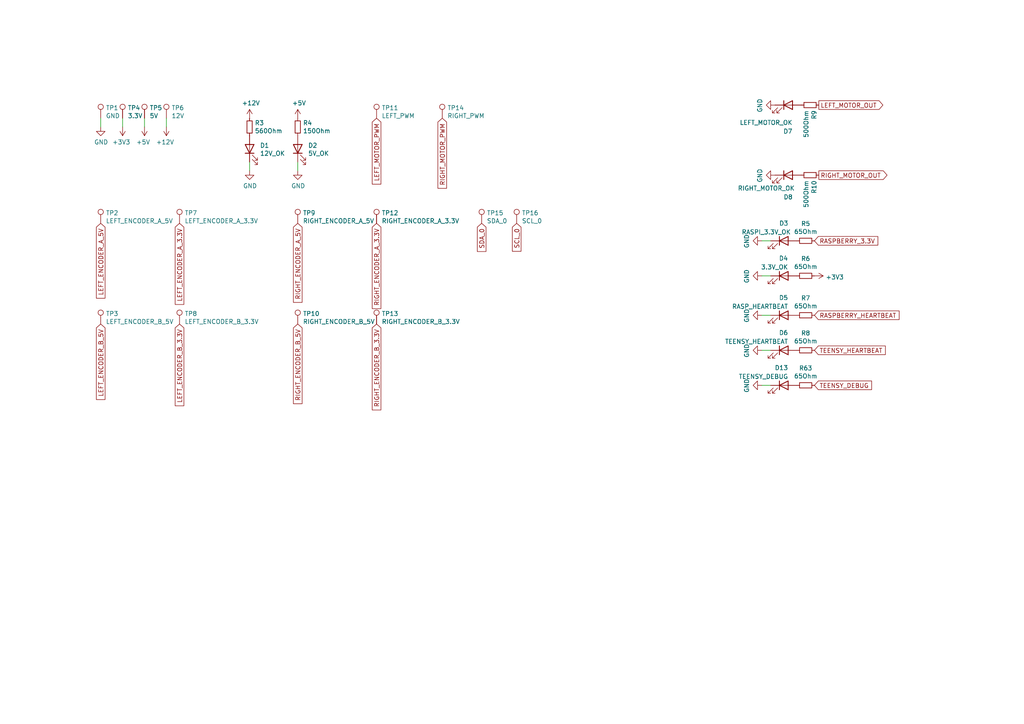
<source format=kicad_sch>
(kicad_sch (version 20201015) (generator eeschema)
  (page 1 6)
  (paper "A4")
  (lib_symbols
    (symbol "Connector:TestPoint" (pin_numbers hide) (pin_names (offset 0.762) hide)
      (property "Reference" "TP" (at 0 6.858 0))
      (property "Value" "TestPoint" (at 0 5.08 0))
      (symbol "TestPoint_0_1"
        (circle (center 0 3.302) (radius 0.762))
      )
      (symbol "TestPoint_1_1"
        (pin passive line (at 0 0 90) (length 2.54) (name "1") (number "1"))
      )
    )
    (symbol "Device:LED" (pin_numbers hide) (pin_names (offset 1.016) hide)
      (property "Reference" "D" (at 0 2.54 0))
      (property "Value" "LED" (at 0 -2.54 0))
      (symbol "LED_0_1"
        (polyline (pts (xy -1.27 -1.27) (xy -1.27 1.27)) (stroke (width 0.254)))
        (polyline (pts (xy -1.27 0) (xy 1.27 0)))
        (polyline (pts (xy 1.27 -1.27) (xy 1.27 1.27) (xy -1.27 0) (xy 1.27 -1.27)) (stroke (width 0.254)))
        (polyline (pts (xy -3.048 -0.762) (xy -4.572 -2.286) (xy -3.81 -2.286) (xy -4.572 -2.286) (xy -4.572 -1.524)))
        (polyline (pts (xy -1.778 -0.762) (xy -3.302 -2.286) (xy -2.54 -2.286) (xy -3.302 -2.286) (xy -3.302 -1.524)))
      )
      (symbol "LED_1_1"
        (pin passive line (at -3.81 0 0) (length 2.54) (name "K") (number "1"))
        (pin passive line (at 3.81 0 180) (length 2.54) (name "A") (number "2"))
      )
    )
    (symbol "Device:R_Small" (pin_numbers hide) (pin_names (offset 0.254) hide)
      (property "Reference" "R" (at 0.762 0.508 0))
      (property "Value" "R_Small" (at 0.762 -1.016 0))
      (symbol "R_Small_0_1"
        (rectangle (start -0.762 1.778) (end 0.762 -1.778) (stroke (width 0.2032)))
      )
      (symbol "R_Small_1_1"
        (pin passive line (at 0 2.54 270) (length 0.762) (name "~") (number "1"))
        (pin passive line (at 0 -2.54 90) (length 0.762) (name "~") (number "2"))
      )
    )
    (symbol "power:+12V" (power) (pin_names (offset 0))
      (property "Value" "+12V" (at 0 3.556 0))
      (symbol "+12V_0_1"
        (polyline (pts (xy -0.762 1.27) (xy 0 2.54)))
        (polyline (pts (xy 0 0) (xy 0 2.54)))
        (polyline (pts (xy 0 2.54) (xy 0.762 1.27)))
      )
      (symbol "+12V_1_1"
        (pin power_in line (at 0 0 90) (length 0) hide (name "+12V") (number "1"))
      )
    )
    (symbol "power:+3.3V" (power) (pin_names (offset 0))
      (property "Value" "+3.3V" (at 0 3.556 0))
      (symbol "+3.3V_0_1"
        (polyline (pts (xy -0.762 1.27) (xy 0 2.54)))
        (polyline (pts (xy 0 0) (xy 0 2.54)))
        (polyline (pts (xy 0 2.54) (xy 0.762 1.27)))
      )
      (symbol "+3.3V_1_1"
        (pin power_in line (at 0 0 90) (length 0) hide (name "+3V3") (number "1"))
      )
    )
    (symbol "power:+5V" (power) (pin_names (offset 0))
      (property "Value" "+5V" (at 0 3.556 0))
      (symbol "+5V_0_1"
        (polyline (pts (xy -0.762 1.27) (xy 0 2.54)))
        (polyline (pts (xy 0 0) (xy 0 2.54)))
        (polyline (pts (xy 0 2.54) (xy 0.762 1.27)))
      )
      (symbol "+5V_1_1"
        (pin power_in line (at 0 0 90) (length 0) hide (name "+5V") (number "1"))
      )
    )
    (symbol "power:GND" (power) (pin_names (offset 0))
      (property "Value" "GND" (at 0 -3.81 0))
      (symbol "GND_0_1"
        (polyline (pts (xy 0 0) (xy 0 -1.27) (xy 1.27 -1.27) (xy 0 -2.54) (xy -1.27 -1.27) (xy 0 -1.27)))
      )
      (symbol "GND_1_1"
        (pin power_in line (at 0 0 270) (length 0) hide (name "GND") (number "1"))
      )
    )
  )
  (wire (pts (xy 29.21 36.83) (xy 29.21 34.29)))
  (wire (pts (xy 35.56 36.83) (xy 35.56 34.29)))
  (wire (pts (xy 41.91 36.83) (xy 41.91 34.29)))
  (wire (pts (xy 48.26 36.83) (xy 48.26 34.29)))
  (wire (pts (xy 72.39 49.53) (xy 72.39 46.99)))
  (wire (pts (xy 86.36 49.53) (xy 86.36 46.99)))
  (wire (pts (xy 220.98 69.85) (xy 223.52 69.85)))
  (wire (pts (xy 220.98 80.01) (xy 223.52 80.01)))
  (wire (pts (xy 220.98 91.44) (xy 223.52 91.44)))
  (wire (pts (xy 220.98 101.6) (xy 223.52 101.6)))
  (wire (pts (xy 220.98 111.76) (xy 223.52 111.76)))
  (global_label "LEFT_ENCODER_A_5V" (shape input) (at 29.21 64.77 270))
  (global_label "LEFT_ENCODER_B_5V" (shape input) (at 29.21 93.98 270))
  (global_label "LEFT_ENCODER_A_3.3V" (shape input) (at 52.07 64.77 270))
  (global_label "LEFT_ENCODER_B_3.3V" (shape input) (at 52.07 93.98 270))
  (global_label "RIGHT_ENCODER_A_5V" (shape input) (at 86.36 64.77 270))
  (global_label "RIGHT_ENCODER_B_5V" (shape input) (at 86.36 93.98 270))
  (global_label "LEFT_MOTOR_PWM" (shape input) (at 109.22 34.29 270))
  (global_label "RIGHT_ENCODER_A_3.3V" (shape input) (at 109.22 64.77 270))
  (global_label "RIGHT_ENCODER_B_3.3V" (shape input) (at 109.22 93.98 270))
  (global_label "RIGHT_MOTOR_PWM" (shape input) (at 128.27 34.29 270))
  (global_label "SDA_0" (shape input) (at 139.7 64.77 270))
  (global_label "SCL_0" (shape input) (at 149.86 64.77 270))
  (global_label "RASPBERRY_3.3V" (shape input) (at 236.22 69.85 0))
  (global_label "RASPBERRY_HEARTBEAT" (shape input) (at 236.22 91.44 0))
  (global_label "TEENSY_HEARTBEAT" (shape input) (at 236.22 101.6 0))
  (global_label "TEENSY_DEBUG" (shape input) (at 236.22 111.76 0))
  (global_label "LEFT_MOTOR_OUT" (shape output) (at 237.49 30.48 0))
  (global_label "RIGHT_MOTOR_OUT" (shape output) (at 237.49 50.8 0))
  (symbol (lib_id "Connector:TestPoint") (at 29.21 34.29 0)
    (property "Reference" "TP1" (at 30.6832 31.2928 0) (effects (justify left)))
    (property "Value" "GND" (at 30.6832 33.6042 0) (effects (justify left)))
    (property "Footprint" "TestPoint:TestPoint_Pad_D1.5mm" (effects hide))
  )
  (symbol (lib_id "Connector:TestPoint") (at 29.21 64.77 0)
    (property "Reference" "TP2" (at 30.6832 61.7728 0) (effects (justify left)))
    (property "Value" "LEFT_ENCODER_A_5V" (at 30.6832 64.0842 0) (effects (justify left)))
    (property "Footprint" "TestPoint:TestPoint_Pad_D1.5mm" (effects hide))
  )
  (symbol (lib_id "Connector:TestPoint") (at 29.21 93.98 0)
    (property "Reference" "TP3" (at 30.6832 90.9828 0) (effects (justify left)))
    (property "Value" "LEFT_ENCODER_B_5V" (at 30.6832 93.2942 0) (effects (justify left)))
    (property "Footprint" "TestPoint:TestPoint_Pad_D1.5mm" (effects hide))
  )
  (symbol (lib_id "Connector:TestPoint") (at 35.56 34.29 0)
    (property "Reference" "TP4" (at 37.0332 31.2928 0) (effects (justify left)))
    (property "Value" "3.3V" (at 37.0332 33.6042 0) (effects (justify left)))
    (property "Footprint" "TestPoint:TestPoint_Pad_D1.5mm" (effects hide))
  )
  (symbol (lib_id "Connector:TestPoint") (at 41.91 34.29 0)
    (property "Reference" "TP5" (at 43.3832 31.2928 0) (effects (justify left)))
    (property "Value" "5V" (at 43.3832 33.6042 0) (effects (justify left)))
    (property "Footprint" "TestPoint:TestPoint_Pad_D1.5mm" (effects hide))
  )
  (symbol (lib_id "Connector:TestPoint") (at 48.26 34.29 0)
    (property "Reference" "TP6" (at 49.7332 31.2928 0) (effects (justify left)))
    (property "Value" "12V" (at 49.7332 33.6042 0) (effects (justify left)))
    (property "Footprint" "TestPoint:TestPoint_Pad_D1.5mm" (effects hide))
  )
  (symbol (lib_id "Connector:TestPoint") (at 52.07 64.77 0)
    (property "Reference" "TP7" (at 53.5432 61.7728 0) (effects (justify left)))
    (property "Value" "LEFT_ENCODER_A_3.3V" (at 53.5432 64.0842 0) (effects (justify left)))
    (property "Footprint" "TestPoint:TestPoint_Pad_D1.5mm" (effects hide))
  )
  (symbol (lib_id "Connector:TestPoint") (at 52.07 93.98 0)
    (property "Reference" "TP8" (at 53.5432 90.9828 0) (effects (justify left)))
    (property "Value" "LEFT_ENCODER_B_3.3V" (at 53.5432 93.2942 0) (effects (justify left)))
    (property "Footprint" "TestPoint:TestPoint_Pad_D1.5mm" (effects hide))
  )
  (symbol (lib_id "Connector:TestPoint") (at 86.36 64.77 0)
    (property "Reference" "TP9" (at 87.8332 61.7728 0) (effects (justify left)))
    (property "Value" "RIGHT_ENCODER_A_5V" (at 87.8332 64.0842 0) (effects (justify left)))
    (property "Footprint" "TestPoint:TestPoint_Pad_D1.5mm" (effects hide))
  )
  (symbol (lib_id "Connector:TestPoint") (at 86.36 93.98 0)
    (property "Reference" "TP10" (at 87.8332 90.9828 0) (effects (justify left)))
    (property "Value" "RIGHT_ENCODER_B_5V" (at 87.8332 93.2942 0) (effects (justify left)))
    (property "Footprint" "TestPoint:TestPoint_Pad_D1.5mm" (effects hide))
  )
  (symbol (lib_id "Connector:TestPoint") (at 109.22 34.29 0)
    (property "Reference" "TP11" (at 110.6932 31.2928 0) (effects (justify left)))
    (property "Value" "LEFT_PWM" (at 110.6932 33.6042 0) (effects (justify left)))
    (property "Footprint" "TestPoint:TestPoint_Pad_D1.5mm" (effects hide))
  )
  (symbol (lib_id "Connector:TestPoint") (at 109.22 64.77 0)
    (property "Reference" "TP12" (at 110.6932 61.7728 0) (effects (justify left)))
    (property "Value" "RIGHT_ENCODER_A_3.3V" (at 110.6932 64.0842 0) (effects (justify left)))
    (property "Footprint" "TestPoint:TestPoint_Pad_D1.5mm" (effects hide))
  )
  (symbol (lib_id "Connector:TestPoint") (at 109.22 93.98 0)
    (property "Reference" "TP13" (at 110.6932 90.9828 0) (effects (justify left)))
    (property "Value" "RIGHT_ENCODER_B_3.3V" (at 110.6932 93.2942 0) (effects (justify left)))
    (property "Footprint" "TestPoint:TestPoint_Pad_D1.5mm" (effects hide))
  )
  (symbol (lib_id "Connector:TestPoint") (at 128.27 34.29 0)
    (property "Reference" "TP14" (at 129.7432 31.2928 0) (effects (justify left)))
    (property "Value" "RIGHT_PWM" (at 129.7432 33.6042 0) (effects (justify left)))
    (property "Footprint" "TestPoint:TestPoint_Pad_D1.5mm" (effects hide))
  )
  (symbol (lib_id "Connector:TestPoint") (at 139.7 64.77 0)
    (property "Reference" "TP15" (at 141.1732 61.7728 0) (effects (justify left)))
    (property "Value" "SDA_0" (at 141.1732 64.0842 0) (effects (justify left)))
    (property "Footprint" "TestPoint:TestPoint_Pad_D1.5mm" (effects hide))
  )
  (symbol (lib_id "Connector:TestPoint") (at 149.86 64.77 0)
    (property "Reference" "TP16" (at 151.3332 61.7728 0) (effects (justify left)))
    (property "Value" "SCL_0" (at 151.3332 64.0842 0) (effects (justify left)))
    (property "Footprint" "TestPoint:TestPoint_Pad_D1.5mm" (effects hide))
  )
  (symbol (lib_id "power:+3.3V") (at 35.56 36.83 180)
    (property "Reference" "#PWR0123" (effects hide))
    (property "Value" "+3.3V" (at 35.179 41.2242 0))
  )
  (symbol (lib_id "power:+5V") (at 41.91 36.83 180)
    (property "Reference" "#PWR0122" (effects hide))
    (property "Value" "+5V" (at 41.529 41.2242 0))
  )
  (symbol (lib_id "power:+12V") (at 48.26 36.83 180)
    (property "Reference" "#PWR0121" (effects hide))
    (property "Value" "+12V" (at 47.879 41.2242 0))
  )
  (symbol (lib_id "power:+12V") (at 72.39 34.29 0)
    (property "Reference" "#PWR0117" (effects hide))
    (property "Value" "+12V" (at 72.771 29.8958 0))
  )
  (symbol (lib_id "power:+5V") (at 86.36 34.29 0)
    (property "Reference" "#PWR0119" (effects hide))
    (property "Value" "+5V" (at 86.741 29.8958 0))
  )
  (symbol (lib_id "power:+3.3V") (at 236.22 80.01 270) (unit 1)
    (property "Reference" "#PWR0128" (effects hide))
    (property "Value" "+3.3V" (at 239.4712 80.391 90) (effects (justify left)))
  )
  (symbol (lib_id "power:GND") (at 29.21 36.83 0)
    (property "Reference" "#PWR0120" (effects hide))
    (property "Value" "GND" (at 29.337 41.2242 0))
  )
  (symbol (lib_id "power:GND") (at 72.39 49.53 0)
    (property "Reference" "#PWR0116" (effects hide))
    (property "Value" "GND" (at 72.517 53.9242 0))
  )
  (symbol (lib_id "power:GND") (at 86.36 49.53 0)
    (property "Reference" "#PWR0118" (effects hide))
    (property "Value" "GND" (at 86.487 53.9242 0))
  )
  (symbol (lib_id "power:GND") (at 220.98 69.85 270)
    (property "Reference" "#PWR0126" (effects hide))
    (property "Value" "GND" (at 216.5858 69.977 0))
  )
  (symbol (lib_id "power:GND") (at 220.98 80.01 270)
    (property "Reference" "#PWR0127" (effects hide))
    (property "Value" "GND" (at 216.5858 80.137 0))
  )
  (symbol (lib_id "power:GND") (at 220.98 91.44 270)
    (property "Reference" "#PWR0129" (effects hide))
    (property "Value" "GND" (at 216.5858 91.567 0))
  )
  (symbol (lib_id "power:GND") (at 220.98 101.6 270)
    (property "Reference" "#PWR0130" (effects hide))
    (property "Value" "GND" (at 216.5858 101.727 0))
  )
  (symbol (lib_id "power:GND") (at 220.98 111.76 270)
    (property "Reference" "#PWR0253" (effects hide))
    (property "Value" "GND" (at 216.5858 111.887 0))
  )
  (symbol (lib_id "power:GND") (at 224.79 30.48 270)
    (property "Reference" "#PWR0124" (effects hide))
    (property "Value" "GND" (at 220.3958 30.607 0))
  )
  (symbol (lib_id "power:GND") (at 224.79 50.8 270)
    (property "Reference" "#PWR0125" (effects hide))
    (property "Value" "GND" (at 220.3958 50.927 0))
  )
  (symbol (lib_id "Device:R_Small") (at 72.39 36.83 180)
    (property "Reference" "R3" (at 73.8886 35.6616 0) (effects (justify right)))
    (property "Value" "560Ohm" (at 73.8886 37.973 0) (effects (justify right)))
    (property "Footprint" "Resistor_SMD:R_0603_1608Metric_Pad1.05x0.95mm_HandSolder" (effects hide))
    (property "DigiKey" " RR08P560DCT-ND " (effects hide))
  )
  (symbol (lib_id "Device:R_Small") (at 86.36 36.83 180)
    (property "Reference" "R4" (at 87.8586 35.6616 0) (effects (justify right)))
    (property "Value" "150Ohm" (at 87.8586 37.973 0) (effects (justify right)))
    (property "Footprint" "Resistor_SMD:R_0603_1608Metric_Pad1.05x0.95mm_HandSolder" (effects hide))
    (property "DigiKey" " 311-150HRCT-ND " (effects hide))
  )
  (symbol (lib_id "Device:R_Small") (at 233.68 69.85 90)
    (property "Reference" "R5" (at 233.68 64.8716 90))
    (property "Value" "65Ohm" (at 233.68 67.183 90))
    (property "Footprint" "Resistor_SMD:R_0603_1608Metric_Pad1.05x0.95mm_HandSolder" (effects hide))
    (property "DigiKey" " 2019-RK73B1JTTD111JCT-ND " (effects hide))
  )
  (symbol (lib_id "Device:R_Small") (at 233.68 80.01 90)
    (property "Reference" "R6" (at 233.68 75.0316 90))
    (property "Value" "65Ohm" (at 233.68 77.343 90))
    (property "Footprint" "Resistor_SMD:R_0603_1608Metric_Pad1.05x0.95mm_HandSolder" (effects hide))
    (property "DigiKey" " 2019-RK73B1JTTD111JCT-ND " (effects hide))
  )
  (symbol (lib_id "Device:R_Small") (at 233.68 91.44 90)
    (property "Reference" "R7" (at 233.68 86.4616 90))
    (property "Value" "65Ohm" (at 233.68 88.773 90))
    (property "Footprint" "Resistor_SMD:R_0603_1608Metric_Pad1.05x0.95mm_HandSolder" (effects hide))
    (property "DigiKey" " 2019-RK73B1JTTD111JCT-ND " (effects hide))
  )
  (symbol (lib_id "Device:R_Small") (at 233.68 101.6 90)
    (property "Reference" "R8" (at 233.68 96.6216 90))
    (property "Value" "65Ohm" (at 233.68 98.933 90))
    (property "Footprint" "Resistor_SMD:R_0603_1608Metric_Pad1.05x0.95mm_HandSolder" (effects hide))
    (property "DigiKey" " 2019-RK73B1JTTD111JCT-ND " (effects hide))
  )
  (symbol (lib_id "Device:R_Small") (at 233.68 111.76 90)
    (property "Reference" "R63" (at 233.68 106.7816 90))
    (property "Value" "65Ohm" (at 233.68 109.093 90))
    (property "Footprint" "Resistor_SMD:R_0603_1608Metric_Pad1.05x0.95mm_HandSolder" (effects hide))
    (property "DigiKey" " 2019-RK73B1JTTD111JCT-ND " (effects hide))
  )
  (symbol (lib_id "Device:R_Small") (at 234.95 30.48 90)
    (property "Reference" "R9" (at 236.1184 31.9786 0) (effects (justify right)))
    (property "Value" "500Ohm" (at 233.807 31.9786 0) (effects (justify right)))
    (property "Footprint" "Resistor_SMD:R_0603_1608Metric_Pad1.05x0.95mm_HandSolder" (effects hide))
    (property "DigiKey" " RR08P560DCT-ND " (effects hide))
  )
  (symbol (lib_id "Device:R_Small") (at 234.95 50.8 90)
    (property "Reference" "R10" (at 236.1184 52.2986 0) (effects (justify right)))
    (property "Value" "500Ohm" (at 233.807 52.2986 0) (effects (justify right)))
    (property "Footprint" "Resistor_SMD:R_0603_1608Metric_Pad1.05x0.95mm_HandSolder" (effects hide))
    (property "DigiKey" " RR08P560DCT-ND " (effects hide))
  )
  (symbol (lib_id "Device:LED") (at 72.39 43.18 90)
    (property "Reference" "D1" (at 75.3872 42.1894 90) (effects (justify right)))
    (property "Value" "12V_OK" (at 75.3872 44.5008 90) (effects (justify right)))
    (property "Footprint" "LED_SMD:LED_0603_1608Metric_Pad1.05x0.95mm_HandSolder" (effects hide))
    (property "DigiKey" "516-1421-1-ND" (effects hide))
  )
  (symbol (lib_id "Device:LED") (at 86.36 43.18 90)
    (property "Reference" "D2" (at 89.3572 42.1894 90) (effects (justify right)))
    (property "Value" "5V_OK" (at 89.3572 44.5008 90) (effects (justify right)))
    (property "Footprint" "LED_SMD:LED_0603_1608Metric_Pad1.05x0.95mm_HandSolder" (effects hide))
    (property "DigiKey" "516-1421-1-ND" (effects hide))
  )
  (symbol (lib_id "Device:LED") (at 227.33 69.85 0)
    (property "Reference" "D3" (at 227.33 64.77 0))
    (property "Value" "RASPI_3.3V_OK" (at 222.25 67.31 0))
    (property "Footprint" "LED_SMD:LED_0603_1608Metric_Pad1.05x0.95mm_HandSolder" (effects hide))
    (property "DigiKey" "516-1421-1-ND" (effects hide))
  )
  (symbol (lib_id "Device:LED") (at 227.33 80.01 0)
    (property "Reference" "D4" (at 228.6 74.93 0) (effects (justify right)))
    (property "Value" "3.3V_OK" (at 228.6 77.47 0) (effects (justify right)))
    (property "Footprint" "LED_SMD:LED_0603_1608Metric_Pad1.05x0.95mm_HandSolder" (effects hide))
    (property "DigiKey" "516-1421-1-ND" (effects hide))
  )
  (symbol (lib_id "Device:LED") (at 227.33 91.44 0)
    (property "Reference" "D5" (at 228.6 86.36 0) (effects (justify right)))
    (property "Value" "RASP_HEARTBEAT" (at 228.6 88.9 0) (effects (justify right)))
    (property "Footprint" "LED_SMD:LED_0603_1608Metric_Pad1.05x0.95mm_HandSolder" (effects hide))
    (property "DigiKey" "516-1421-1-ND" (effects hide))
  )
  (symbol (lib_id "Device:LED") (at 227.33 101.6 0)
    (property "Reference" "D6" (at 228.6 96.52 0) (effects (justify right)))
    (property "Value" "TEENSY_HEARTBEAT" (at 228.6 99.06 0) (effects (justify right)))
    (property "Footprint" "LED_SMD:LED_0603_1608Metric_Pad1.05x0.95mm_HandSolder" (effects hide))
    (property "DigiKey" "516-1421-1-ND" (effects hide))
  )
  (symbol (lib_id "Device:LED") (at 227.33 111.76 0)
    (property "Reference" "D13" (at 228.6 106.68 0) (effects (justify right)))
    (property "Value" "TEENSY_DEBUG" (at 228.6 109.22 0) (effects (justify right)))
    (property "Footprint" "LED_SMD:LED_0603_1608Metric_Pad1.05x0.95mm_HandSolder" (effects hide))
    (property "DigiKey" "516-1421-1-ND" (effects hide))
  )
  (symbol (lib_id "Device:LED") (at 228.6 30.48 0)
    (property "Reference" "D7" (at 229.87 38.1 0) (effects (justify right)))
    (property "Value" "LEFT_MOTOR_OK" (at 229.87 35.56 0) (effects (justify right)))
    (property "Footprint" "LED_SMD:LED_0603_1608Metric_Pad1.05x0.95mm_HandSolder" (effects hide))
    (property "DigiKey" "516-1421-1-ND" (effects hide))
  )
  (symbol (lib_id "Device:LED") (at 228.6 50.8 0)
    (property "Reference" "D8" (at 228.6 57.15 0))
    (property "Value" "RIGHT_MOTOR_OK" (at 222.25 54.61 0))
    (property "Footprint" "LED_SMD:LED_0603_1608Metric_Pad1.05x0.95mm_HandSolder" (effects hide))
    (property "DigiKey" "516-1421-1-ND" (effects hide))
  )
)
</source>
